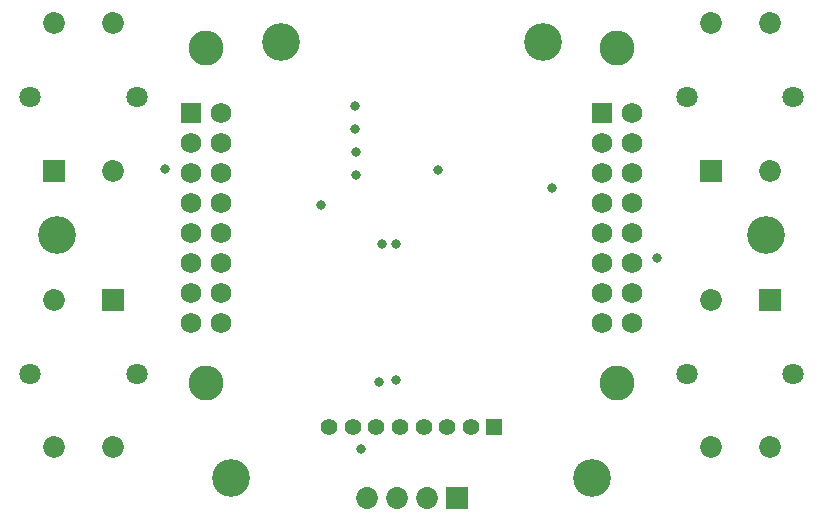
<source format=gbs>
G04*
G04 #@! TF.GenerationSoftware,Altium Limited,Altium Designer,22.3.1 (43)*
G04*
G04 Layer_Color=16711935*
%FSLAX25Y25*%
%MOIN*%
G70*
G04*
G04 #@! TF.SameCoordinates,0A308F34-88F0-47DF-8954-E72232A12325*
G04*
G04*
G04 #@! TF.FilePolarity,Negative*
G04*
G01*
G75*
%ADD29R,0.07284X0.07284*%
%ADD30C,0.07284*%
%ADD31C,0.07087*%
%ADD32R,0.05524X0.05524*%
%ADD33C,0.05524*%
%ADD34R,0.07296X0.07296*%
%ADD35C,0.07296*%
%ADD36R,0.06824X0.06824*%
%ADD37C,0.06824*%
%ADD38C,0.12611*%
%ADD39C,0.11627*%
%ADD40C,0.03162*%
D29*
X257087Y73032D02*
D03*
X237402Y115945D02*
D03*
X38189Y73032D02*
D03*
X18504Y115945D02*
D03*
D30*
X257087Y23819D02*
D03*
X237402Y73032D02*
D03*
Y23819D02*
D03*
X257087Y165157D02*
D03*
Y115945D02*
D03*
X237402Y165157D02*
D03*
X18504Y23819D02*
D03*
Y73032D02*
D03*
X38189Y23819D02*
D03*
Y165157D02*
D03*
Y115945D02*
D03*
X18504Y165157D02*
D03*
D31*
X264961Y48425D02*
D03*
X229528D02*
D03*
X264961Y140551D02*
D03*
X229528D02*
D03*
X10630Y48425D02*
D03*
X46063D02*
D03*
Y140551D02*
D03*
X10630D02*
D03*
D32*
X165354Y30709D02*
D03*
D33*
X157480D02*
D03*
X149606D02*
D03*
X141732D02*
D03*
X133858D02*
D03*
X125984D02*
D03*
X118110D02*
D03*
X110236D02*
D03*
D34*
X152913Y7087D02*
D03*
D35*
X142913D02*
D03*
X132913D02*
D03*
X122913D02*
D03*
D36*
X201299Y135394D02*
D03*
X64291D02*
D03*
D37*
X211299D02*
D03*
X201299Y125394D02*
D03*
X211299D02*
D03*
X201299Y115394D02*
D03*
X211299D02*
D03*
X201299Y105394D02*
D03*
X211299D02*
D03*
X201299Y95394D02*
D03*
X211299D02*
D03*
X201299Y85394D02*
D03*
X211299D02*
D03*
X201299Y75394D02*
D03*
X211299D02*
D03*
X201299Y65394D02*
D03*
X211299D02*
D03*
X74291Y135394D02*
D03*
X64291Y125394D02*
D03*
X74291D02*
D03*
X64291Y115394D02*
D03*
X74291D02*
D03*
X64291Y105394D02*
D03*
X74291D02*
D03*
X64291Y95394D02*
D03*
X74291D02*
D03*
X64291Y85394D02*
D03*
X74291D02*
D03*
X64291Y75394D02*
D03*
X74291D02*
D03*
X64291Y65394D02*
D03*
X74291D02*
D03*
D38*
X94095Y159055D02*
D03*
X198031Y13780D02*
D03*
X77559D02*
D03*
X181496Y159055D02*
D03*
X19685Y94488D02*
D03*
X255906D02*
D03*
D39*
X206299Y157087D02*
D03*
Y45276D02*
D03*
X69291D02*
D03*
Y157087D02*
D03*
D40*
X120866Y23228D02*
D03*
X119291Y114567D02*
D03*
Y122441D02*
D03*
X118898Y129921D02*
D03*
Y137795D02*
D03*
X219685Y87008D02*
D03*
X55512Y116535D02*
D03*
X107480Y104724D02*
D03*
X127953Y91732D02*
D03*
X126772Y45669D02*
D03*
X132677Y46457D02*
D03*
Y91732D02*
D03*
X146457Y116142D02*
D03*
X184646Y110236D02*
D03*
M02*

</source>
